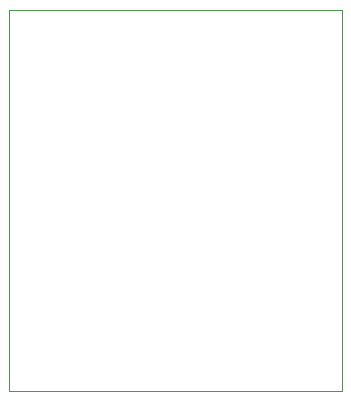
<source format=gbr>
%TF.GenerationSoftware,KiCad,Pcbnew,(6.0.2)*%
%TF.CreationDate,2022-11-21T15:27:56-08:00*%
%TF.ProjectId,si514_clock,73693531-345f-4636-9c6f-636b2e6b6963,rev?*%
%TF.SameCoordinates,PX86903e0PY67ceb50*%
%TF.FileFunction,Profile,NP*%
%FSLAX46Y46*%
G04 Gerber Fmt 4.6, Leading zero omitted, Abs format (unit mm)*
G04 Created by KiCad (PCBNEW (6.0.2)) date 2022-11-21 15:27:56*
%MOMM*%
%LPD*%
G01*
G04 APERTURE LIST*
%TA.AperFunction,Profile*%
%ADD10C,0.100000*%
%TD*%
G04 APERTURE END LIST*
D10*
X0Y32250000D02*
X28200000Y32250000D01*
X28200000Y32250000D02*
X28200000Y0D01*
X28200000Y0D02*
X0Y0D01*
X0Y0D02*
X0Y32250000D01*
M02*

</source>
